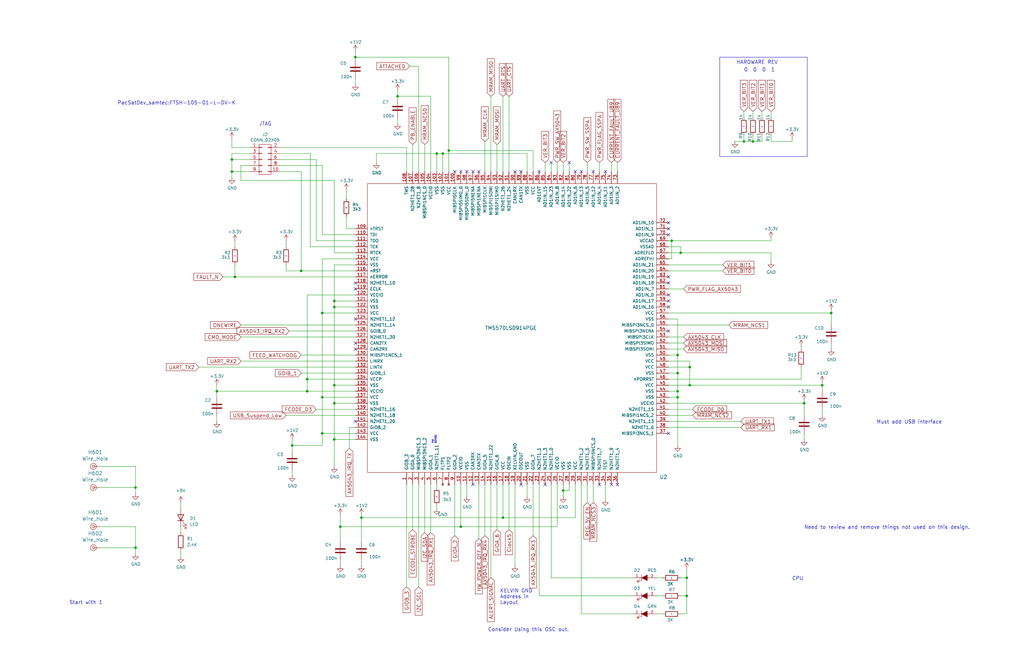
<source format=kicad_sch>
(kicad_sch (version 20230121) (generator eeschema)
  (paper "USLedger")
  (title_block (title "Radiation Tolerant PacSat Communication") (date "2023-06-17") (rev "1.1") (company "AMSAT-NA") (comment 1 "N5BRG"))
  (junction (at 129.54 165.1))
  (junction (at 140.97 170.18))
  (junction (at 194.31 222.25))
  (junction (at 285.75 165.1))
  (junction (at 313.69 59.69))
  (junction (at 140.97 162.56))
  (junction (at 57.15 205.74))
  (junction (at 152.4 218.44))
  (junction (at 189.23 63.5))
  (junction (at 285.75 157.48))
  (junction (at 350.52 132.08))
  (junction (at 97.79 67.31))
  (junction (at 143.51 222.25))
  (junction (at 285.75 149.86))
  (junction (at 129.54 160.02))
  (junction (at 287.02 106.68))
  (junction (at 184.15 64.77))
  (junction (at 99.06 116.84))
  (junction (at 290.83 154.94))
  (junction (at 289.56 251.46))
  (junction (at 149.86 24.13))
  (junction (at 289.56 243.84))
  (junction (at 140.97 127))
  (junction (at 212.09 218.44))
  (junction (at 167.64 40.64))
  (junction (at 237.49 207.01))
  (junction (at 135.89 132.08))
  (junction (at 91.44 165.1))
  (junction (at 57.15 231.14))
  (junction (at 346.71 162.56))
  (junction (at 135.89 167.64))
  (junction (at 135.89 182.88))
  (junction (at 339.09 170.18))
  (junction (at 140.97 129.54))
  (junction (at 317.5 59.69))
  (junction (at 285.75 167.64))
  (junction (at 127 114.3))
  (junction (at 140.97 185.42))
  (junction (at 186.69 64.77))
  (junction (at 97.79 72.39))
  (junction (at 123.19 187.96))
  (junction (at 283.21 101.6))
  (junction (at 290.83 162.56))
  (no_connect (at 281.94 96.52))
  (no_connect (at 281.94 124.46))
  (no_connect (at 191.77 72.39))
  (no_connect (at 149.86 119.38))
  (no_connect (at 232.41 68.58))
  (no_connect (at 257.81 204.47))
  (no_connect (at 281.94 139.7))
  (no_connect (at 199.39 204.47))
  (no_connect (at 199.39 72.39))
  (no_connect (at 281.94 129.54))
  (no_connect (at 281.94 182.88))
  (no_connect (at 196.85 72.39))
  (no_connect (at 194.31 72.39))
  (no_connect (at 227.33 72.39))
  (no_connect (at 219.71 204.47))
  (no_connect (at 281.94 127))
  (no_connect (at 260.35 204.47))
  (no_connect (at 217.17 72.39))
  (no_connect (at 149.86 144.78))
  (no_connect (at 149.86 177.8))
  (no_connect (at 219.71 72.39))
  (no_connect (at 242.57 72.39))
  (no_connect (at 281.94 119.38))
  (no_connect (at 245.11 72.39))
  (no_connect (at 281.94 99.06))
  (no_connect (at 149.86 147.32))
  (no_connect (at 201.93 72.39))
  (no_connect (at 252.73 204.47))
  (no_connect (at 229.87 204.47))
  (no_connect (at 281.94 116.84))
  (no_connect (at 255.27 72.39))
  (no_connect (at 149.86 121.92))
  (no_connect (at 281.94 93.98))
  (no_connect (at 240.03 68.58))
  (no_connect (at 149.86 134.62))
  (no_connect (at 250.19 72.39))
  (wire (pts (xy 245.11 259.08) (xy 266.7 259.08)))
  (wire (pts (xy 91.44 162.56) (xy 91.44 165.1)))
  (wire (pts (xy 285.75 165.1) (xy 281.94 165.1)))
  (wire (pts (xy 135.89 182.88) (xy 135.89 187.96)))
  (wire (pts (xy 129.54 124.46) (xy 129.54 160.02)))
  (wire (pts (xy 339.09 170.18) (xy 339.09 175.26)))
  (wire (pts (xy 133.35 101.6) (xy 133.35 67.31)))
  (wire (pts (xy 143.51 236.22) (xy 143.51 238.76)))
  (wire (pts (xy 232.41 68.58) (xy 232.41 72.39)))
  (wire (pts (xy 91.44 175.26) (xy 91.44 177.8)))
  (wire (pts (xy 140.97 170.18) (xy 149.86 170.18)))
  (wire (pts (xy 350.52 132.08) (xy 350.52 137.16)))
  (wire (pts (xy 281.94 175.26) (xy 292.1 175.26)))
  (wire (pts (xy 152.4 217.17) (xy 152.4 218.44)))
  (wire (pts (xy 120.65 101.6) (xy 120.65 104.14)))
  (wire (pts (xy 140.97 127) (xy 149.86 127)))
  (wire (pts (xy 101.6 137.16) (xy 149.86 137.16)))
  (wire (pts (xy 285.75 149.86) (xy 285.75 157.48)))
  (wire (pts (xy 194.31 222.25) (xy 234.95 222.25)))
  (wire (pts (xy 149.86 109.22) (xy 135.89 109.22)))
  (wire (pts (xy 143.51 222.25) (xy 143.51 228.6)))
  (wire (pts (xy 127 72.39) (xy 118.11 72.39)))
  (wire (pts (xy 350.52 130.81) (xy 350.52 132.08)))
  (wire (pts (xy 140.97 76.2) (xy 101.6 76.2)))
  (wire (pts (xy 317.5 59.69) (xy 321.31 59.69)))
  (wire (pts (xy 123.19 187.96) (xy 123.19 190.5)))
  (wire (pts (xy 97.79 62.23) (xy 97.79 58.42)))
  (wire (pts (xy 281.94 180.34) (xy 312.42 180.34)))
  (wire (pts (xy 101.6 142.24) (xy 149.86 142.24)))
  (wire (pts (xy 101.6 76.2) (xy 101.6 69.85)))
  (wire (pts (xy 146.05 96.52) (xy 149.86 96.52)))
  (wire (pts (xy 152.4 218.44) (xy 152.4 228.6)))
  (wire (pts (xy 204.47 226.06) (xy 204.47 204.47)))
  (wire (pts (xy 290.83 152.4) (xy 281.94 152.4)))
  (wire (pts (xy 287.02 243.84) (xy 289.56 243.84)))
  (wire (pts (xy 57.15 231.14) (xy 57.15 233.68)))
  (wire (pts (xy 281.94 177.8) (xy 312.42 177.8)))
  (wire (pts (xy 133.35 67.31) (xy 118.11 67.31)))
  (wire (pts (xy 158.75 64.77) (xy 158.75 68.58)))
  (wire (pts (xy 252.73 68.58) (xy 252.73 72.39)))
  (wire (pts (xy 91.44 165.1) (xy 91.44 167.64)))
  (wire (pts (xy 212.09 218.44) (xy 242.57 218.44)))
  (wire (pts (xy 176.53 27.94) (xy 172.72 27.94)))
  (wire (pts (xy 129.54 124.46) (xy 149.86 124.46)))
  (wire (pts (xy 234.95 68.58) (xy 234.95 72.39)))
  (wire (pts (xy 247.65 68.58) (xy 247.65 72.39)))
  (wire (pts (xy 143.51 222.25) (xy 194.31 222.25)))
  (wire (pts (xy 105.41 62.23) (xy 97.79 62.23)))
  (wire (pts (xy 99.06 116.84) (xy 149.86 116.84)))
  (wire (pts (xy 234.95 222.25) (xy 234.95 204.47)))
  (wire (pts (xy 276.86 259.08) (xy 279.4 259.08)))
  (wire (pts (xy 135.89 187.96) (xy 123.19 187.96)))
  (wire (pts (xy 201.93 204.47) (xy 201.93 227.33)))
  (wire (pts (xy 212.09 204.47) (xy 212.09 218.44)))
  (wire (pts (xy 350.52 144.78) (xy 350.52 147.32)))
  (wire (pts (xy 304.8 114.3) (xy 281.94 114.3)))
  (wire (pts (xy 149.86 149.86) (xy 127 149.86)))
  (wire (pts (xy 149.86 152.4) (xy 101.6 152.4)))
  (wire (pts (xy 133.35 172.72) (xy 149.86 172.72)))
  (wire (pts (xy 120.65 175.26) (xy 149.86 175.26)))
  (wire (pts (xy 207.01 72.39) (xy 207.01 40.64)))
  (wire (pts (xy 167.64 49.53) (xy 167.64 52.07)))
  (wire (pts (xy 57.15 222.25) (xy 57.15 231.14)))
  (wire (pts (xy 191.77 204.47) (xy 191.77 226.06)))
  (wire (pts (xy 281.94 134.62) (xy 285.75 134.62)))
  (wire (pts (xy 127 114.3) (xy 127 72.39)))
  (polyline (pts (xy 340.36 24.13) (xy 303.53 24.13)))
  (wire (pts (xy 255.27 204.47) (xy 255.27 210.82)))
  (wire (pts (xy 281.94 121.92) (xy 288.29 121.92)))
  (wire (pts (xy 289.56 259.08) (xy 287.02 259.08)))
  (wire (pts (xy 140.97 111.76) (xy 140.97 127)))
  (wire (pts (xy 209.55 72.39) (xy 209.55 60.96)))
  (wire (pts (xy 240.03 207.01) (xy 240.03 204.47)))
  (wire (pts (xy 334.01 59.69) (xy 334.01 58.42)))
  (wire (pts (xy 129.54 160.02) (xy 129.54 165.1)))
  (wire (pts (xy 222.25 64.77) (xy 222.25 72.39)))
  (wire (pts (xy 337.82 160.02) (xy 281.94 160.02)))
  (wire (pts (xy 337.82 146.05) (xy 337.82 147.32)))
  (wire (pts (xy 346.71 172.72) (xy 346.71 175.26)))
  (wire (pts (xy 149.86 104.14) (xy 130.81 104.14)))
  (polyline (pts (xy 303.53 66.04) (xy 340.36 66.04)))
  (wire (pts (xy 209.55 204.47) (xy 209.55 223.52)))
  (wire (pts (xy 325.12 106.68) (xy 325.12 110.49)))
  (wire (pts (xy 179.07 224.79) (xy 179.07 204.47)))
  (wire (pts (xy 99.06 111.76) (xy 99.06 116.84)))
  (wire (pts (xy 289.56 240.03) (xy 289.56 243.84)))
  (wire (pts (xy 97.79 72.39) (xy 105.41 72.39)))
  (wire (pts (xy 281.94 147.32) (xy 288.29 147.32)))
  (wire (pts (xy 281.94 111.76) (xy 304.8 111.76)))
  (wire (pts (xy 281.94 109.22) (xy 283.21 109.22)))
  (wire (pts (xy 281.94 137.16) (xy 307.34 137.16)))
  (wire (pts (xy 127 157.48) (xy 149.86 157.48)))
  (wire (pts (xy 309.88 59.69) (xy 313.69 59.69)))
  (wire (pts (xy 237.49 68.58) (xy 237.49 72.39)))
  (wire (pts (xy 173.99 60.96) (xy 173.99 72.39)))
  (wire (pts (xy 91.44 165.1) (xy 129.54 165.1)))
  (wire (pts (xy 181.61 204.47) (xy 181.61 224.79)))
  (wire (pts (xy 237.49 207.01) (xy 240.03 207.01)))
  (wire (pts (xy 222.25 204.47) (xy 222.25 209.55)))
  (wire (pts (xy 140.97 185.42) (xy 149.86 185.42)))
  (wire (pts (xy 204.47 72.39) (xy 204.47 59.69)))
  (wire (pts (xy 171.45 72.39) (xy 171.45 62.23)))
  (wire (pts (xy 149.86 132.08) (xy 135.89 132.08)))
  (wire (pts (xy 135.89 132.08) (xy 135.89 167.64)))
  (wire (pts (xy 97.79 64.77) (xy 97.79 67.31)))
  (wire (pts (xy 130.81 104.14) (xy 130.81 64.77)))
  (wire (pts (xy 135.89 109.22) (xy 135.89 132.08)))
  (wire (pts (xy 167.64 38.1) (xy 167.64 40.64)))
  (wire (pts (xy 127 114.3) (xy 149.86 114.3)))
  (wire (pts (xy 121.92 139.7) (xy 149.86 139.7)))
  (wire (pts (xy 227.33 204.47) (xy 227.33 251.46)))
  (wire (pts (xy 149.86 33.02) (xy 149.86 35.56)))
  (wire (pts (xy 290.83 162.56) (xy 346.71 162.56)))
  (wire (pts (xy 152.4 236.22) (xy 152.4 238.76)))
  (wire (pts (xy 283.21 109.22) (xy 283.21 101.6)))
  (wire (pts (xy 99.06 101.6) (xy 99.06 104.14)))
  (wire (pts (xy 140.97 129.54) (xy 149.86 129.54)))
  (wire (pts (xy 130.81 64.77) (xy 118.11 64.77)))
  (wire (pts (xy 212.09 40.64) (xy 212.09 72.39)))
  (wire (pts (xy 281.94 162.56) (xy 290.83 162.56)))
  (wire (pts (xy 194.31 222.25) (xy 194.31 204.47)))
  (wire (pts (xy 158.75 64.77) (xy 184.15 64.77)))
  (wire (pts (xy 184.15 213.36) (xy 184.15 214.63)))
  (wire (pts (xy 140.97 162.56) (xy 140.97 170.18)))
  (wire (pts (xy 135.89 69.85) (xy 118.11 69.85)))
  (wire (pts (xy 41.91 222.25) (xy 57.15 222.25)))
  (wire (pts (xy 189.23 24.13) (xy 189.23 63.5)))
  (wire (pts (xy 140.97 162.56) (xy 149.86 162.56)))
  (wire (pts (xy 290.83 152.4) (xy 290.83 154.94)))
  (wire (pts (xy 229.87 68.58) (xy 229.87 72.39)))
  (wire (pts (xy 97.79 67.31) (xy 97.79 72.39)))
  (wire (pts (xy 346.71 161.29) (xy 346.71 162.56)))
  (wire (pts (xy 325.12 101.6) (xy 325.12 100.33)))
  (wire (pts (xy 149.86 24.13) (xy 149.86 25.4)))
  (wire (pts (xy 285.75 157.48) (xy 281.94 157.48)))
  (wire (pts (xy 242.57 218.44) (xy 242.57 204.47)))
  (polyline (pts (xy 340.36 66.04) (xy 340.36 24.13)))
  (wire (pts (xy 285.75 157.48) (xy 285.75 165.1)))
  (wire (pts (xy 186.69 64.77) (xy 186.69 72.39)))
  (wire (pts (xy 224.79 63.5) (xy 189.23 63.5)))
  (wire (pts (xy 105.41 67.31) (xy 97.79 67.31)))
  (wire (pts (xy 143.51 217.17) (xy 143.51 222.25)))
  (wire (pts (xy 325.12 59.69) (xy 334.01 59.69)))
  (wire (pts (xy 184.15 72.39) (xy 184.15 64.77)))
  (wire (pts (xy 135.89 167.64) (xy 149.86 167.64)))
  (wire (pts (xy 232.41 243.84) (xy 266.7 243.84)))
  (wire (pts (xy 140.97 129.54) (xy 140.97 162.56)))
  (wire (pts (xy 129.54 165.1) (xy 149.86 165.1)))
  (wire (pts (xy 292.1 172.72) (xy 281.94 172.72)))
  (wire (pts (xy 317.5 49.53) (xy 317.5 46.99)))
  (wire (pts (xy 276.86 243.84) (xy 279.4 243.84)))
  (wire (pts (xy 337.82 154.94) (xy 337.82 160.02)))
  (wire (pts (xy 285.75 167.64) (xy 281.94 167.64)))
  (wire (pts (xy 232.41 204.47) (xy 232.41 243.84)))
  (wire (pts (xy 214.63 204.47) (xy 214.63 223.52)))
  (wire (pts (xy 149.86 99.06) (xy 135.89 99.06)))
  (wire (pts (xy 281.94 132.08) (xy 350.52 132.08)))
  (wire (pts (xy 186.69 64.77) (xy 222.25 64.77)))
  (wire (pts (xy 167.64 40.64) (xy 167.64 41.91)))
  (wire (pts (xy 105.41 64.77) (xy 97.79 64.77)))
  (wire (pts (xy 41.91 205.74) (xy 57.15 205.74)))
  (wire (pts (xy 281.94 144.78) (xy 288.29 144.78)))
  (polyline (pts (xy 303.53 24.13) (xy 303.53 66.04)))
  (wire (pts (xy 189.23 63.5) (xy 189.23 72.39)))
  (wire (pts (xy 152.4 218.44) (xy 212.09 218.44)))
  (wire (pts (xy 135.89 167.64) (xy 135.89 182.88)))
  (wire (pts (xy 289.56 243.84) (xy 289.56 251.46)))
  (wire (pts (xy 346.71 162.56) (xy 346.71 165.1)))
  (wire (pts (xy 41.91 231.14) (xy 57.15 231.14)))
  (wire (pts (xy 135.89 182.88) (xy 149.86 182.88)))
  (wire (pts (xy 285.75 167.64) (xy 285.75 187.96)))
  (wire (pts (xy 101.6 69.85) (xy 105.41 69.85)))
  (wire (pts (xy 321.31 59.69) (xy 321.31 57.15)))
  (wire (pts (xy 171.45 62.23) (xy 118.11 62.23)))
  (wire (pts (xy 281.94 142.24) (xy 288.29 142.24)))
  (wire (pts (xy 149.86 111.76) (xy 140.97 111.76)))
  (wire (pts (xy 120.65 114.3) (xy 120.65 111.76)))
  (wire (pts (xy 290.83 154.94) (xy 281.94 154.94)))
  (wire (pts (xy 281.94 104.14) (xy 287.02 104.14)))
  (wire (pts (xy 257.81 68.58) (xy 257.81 72.39)))
  (wire (pts (xy 140.97 106.68) (xy 140.97 76.2)))
  (wire (pts (xy 224.79 72.39) (xy 224.79 63.5)))
  (wire (pts (xy 76.2 212.09) (xy 76.2 214.63)))
  (wire (pts (xy 171.45 247.65) (xy 171.45 204.47)))
  (wire (pts (xy 76.2 232.41) (xy 76.2 234.95)))
  (wire (pts (xy 240.03 68.58) (xy 240.03 72.39)))
  (wire (pts (xy 289.56 251.46) (xy 287.02 251.46)))
  (wire (pts (xy 283.21 101.6) (xy 325.12 101.6)))
  (wire (pts (xy 149.86 160.02) (xy 129.54 160.02)))
  (wire (pts (xy 196.85 204.47) (xy 196.85 209.55)))
  (wire (pts (xy 287.02 106.68) (xy 325.12 106.68)))
  (wire (pts (xy 281.94 101.6) (xy 283.21 101.6)))
  (wire (pts (xy 41.91 196.85) (xy 57.15 196.85)))
  (wire (pts (xy 140.97 170.18) (xy 140.97 185.42)))
  (wire (pts (xy 289.56 251.46) (xy 289.56 259.08)))
  (wire (pts (xy 173.99 223.52) (xy 173.99 204.47)))
  (wire (pts (xy 146.05 91.44) (xy 146.05 96.52)))
  (wire (pts (xy 281.94 170.18) (xy 339.09 170.18)))
  (wire (pts (xy 313.69 46.99) (xy 313.69 49.53)))
  (wire (pts (xy 123.19 185.42) (xy 123.19 187.96)))
  (wire (pts (xy 149.86 106.68) (xy 140.97 106.68)))
  (wire (pts (xy 290.83 154.94) (xy 290.83 162.56)))
  (wire (pts (xy 214.63 40.64) (xy 214.63 72.39)))
  (wire (pts (xy 224.79 226.06) (xy 224.79 204.47)))
  (wire (pts (xy 217.17 204.47) (xy 217.17 238.76)))
  (wire (pts (xy 285.75 165.1) (xy 285.75 167.64)))
  (wire (pts (xy 149.86 24.13) (xy 189.23 24.13)))
  (wire (pts (xy 339.09 182.88) (xy 339.09 185.42)))
  (wire (pts (xy 149.86 180.34) (xy 147.32 180.34)))
  (wire (pts (xy 276.86 251.46) (xy 279.4 251.46)))
  (wire (pts (xy 313.69 59.69) (xy 317.5 59.69)))
  (wire (pts (xy 147.32 180.34) (xy 147.32 189.23)))
  (wire (pts (xy 184.15 204.47) (xy 184.15 205.74)))
  (wire (pts (xy 237.49 204.47) (xy 237.49 207.01)))
  (wire (pts (xy 227.33 251.46) (xy 266.7 251.46)))
  (wire (pts (xy 181.61 40.64) (xy 181.61 72.39)))
  (wire (pts (xy 184.15 64.77) (xy 186.69 64.77)))
  (wire (pts (xy 76.2 222.25) (xy 76.2 224.79)))
  (wire (pts (xy 167.64 40.64) (xy 181.61 40.64)))
  (wire (pts (xy 339.09 168.91) (xy 339.09 170.18)))
  (wire (pts (xy 281.94 106.68) (xy 287.02 106.68)))
  (wire (pts (xy 313.69 59.69) (xy 313.69 57.15)))
  (wire (pts (xy 176.53 27.94) (xy 176.53 72.39)))
  (wire (pts (xy 57.15 205.74) (xy 57.15 208.28)))
  (wire (pts (xy 250.19 204.47) (xy 250.19 212.09)))
  (wire (pts (xy 237.49 207.01) (xy 237.49 209.55)))
  (wire (pts (xy 97.79 72.39) (xy 97.79 74.93)))
  (wire (pts (xy 245.11 204.47) (xy 245.11 259.08)))
  (wire (pts (xy 149.86 154.94) (xy 83.82 154.94)))
  (wire (pts (xy 57.15 196.85) (xy 57.15 205.74)))
  (wire (pts (xy 287.02 104.14) (xy 287.02 106.68)))
  (wire (pts (xy 135.89 99.06) (xy 135.89 69.85)))
  (wire (pts (xy 123.19 198.12) (xy 123.19 200.66)))
  (wire (pts (xy 321.31 49.53) (xy 321.31 46.99)))
  (wire (pts (xy 146.05 80.01) (xy 146.05 83.82)))
  (wire (pts (xy 260.35 68.58) (xy 260.35 72.39)))
  (wire (pts (xy 149.86 101.6) (xy 133.35 101.6)))
  (wire (pts (xy 179.07 72.39) (xy 179.07 60.96)))
  (wire (pts (xy 207.01 243.84) (xy 207.01 204.47)))
  (wire (pts (xy 325.12 59.69) (xy 325.12 57.15)))
  (wire (pts (xy 140.97 185.42) (xy 140.97 196.85)))
  (wire (pts (xy 140.97 127) (xy 140.97 129.54)))
  (wire (pts (xy 285.75 134.62) (xy 285.75 149.86)))
  (wire (pts (xy 247.65 204.47) (xy 247.65 212.09)))
  (wire (pts (xy 93.98 116.84) (xy 99.06 116.84)))
  (wire (pts (xy 176.53 204.47) (xy 176.53 247.65)))
  (wire (pts (xy 325.12 49.53) (xy 325.12 46.99)))
  (wire (pts (xy 120.65 114.3) (xy 127 114.3)))
  (wire (pts (xy 317.5 57.15) (xy 317.5 59.69)))
  (wire (pts (xy 281.94 149.86) (xy 285.75 149.86)))
  (wire (pts (xy 149.86 21.59) (xy 149.86 24.13)))
  (text "CPU" (at 334.01 245.11 0) (effects (font (size 1.524 1.524)) (justify left bottom)))
  (text "PacSatDev_samtec:FTSH-105-01-L-DV-K" (at 49.53 44.45 0) (effects (font (size 1.524 1.524)) (justify left bottom)))
  (text "0" (at 321.31 30.48 0) (effects (font (size 1.524 1.524)) (justify left bottom)))
  (text "0" (at 313.69 30.48 0) (effects (font (size 1.524 1.524)) (justify left bottom)))
  (text "Consider Using this OSC out." (at 205.74 266.7 0) (effects (font (size 1.524 1.524)) (justify left bottom)))
  (text "JTAG" (at 109.22 53.34 0) (effects (font (size 1.524 1.524)) (justify left bottom)))
  (text "Need to review and remove things not used on this design." (at 339.09 223.52 0) (effects (font (size 1.524 1.524)) (justify left bottom)))
  (text "Must add USB interface" (at 369.57 179.07 0) (effects (font (size 1.524 1.524)) (justify left bottom)))
  (text "HARDWARE REV" (at 310.515 27.305 0) (effects (font (size 1.524 1.524)) (justify left bottom)))
  (text "Start with 1" (at 29.21 255.27 0) (effects (font (size 1.524 1.524)) (justify left bottom)))
  (text "HW\nSENSE" (at 184.15 187.325 90) (effects (font (size 0.762 0.762)) (justify left bottom)))
  (text "1" (at 325.12 30.48 0) (effects (font (size 1.524 1.524)) (justify left bottom)))
  (text "0" (at 317.5 30.48 0) (effects (font (size 1.524 1.524)) (justify left bottom)))
  (text "KELVIN GND\nAddress in\nLayout" (at 210.82 255.27 0) (effects (font (size 1.524 1.524)) (justify left bottom)))
  (global_label "FCODE_STROBE" (shape input) (at 173.99 223.52 270) (effects (font (size 1.524 1.524))) (property "Intersheetrefs" "${INTERSHEET_REFS}" (effects hide)))
  (global_label "VER_BIT2" (shape input) (at 237.49 68.58 90) (effects (font (size 1.524 1.524))) (property "Intersheetrefs" "${INTERSHEET_REFS}" (effects hide)))
  (global_label "UART_RX2" (shape input) (at 101.6 152.4 180) (effects (font (size 1.524 1.524))) (property "Intersheetrefs" "${INTERSHEET_REFS}" (effects hide)))
  (global_label "AX5043_IRQ_RX2" (shape input) (at 121.92 139.7 180) (effects (font (size 1.524 1.524))) (property "Intersheetrefs" "${INTERSHEET_REFS}" (effects hide)))
  (global_label "CMD_MODE" (shape input) (at 101.6 142.24 180) (effects (font (size 1.524 1.524))) (property "Intersheetrefs" "${INTERSHEET_REFS}" (effects hide)))
  (global_label "VER_BIT1" (shape input) (at 304.8 111.76 0) (effects (font (size 1.524 1.524))) (property "Intersheetrefs" "${INTERSHEET_REFS}" (effects hide)))
  (global_label "MRAM_NCS0" (shape input) (at 179.07 60.96 90) (effects (font (size 1.524 1.524))) (property "Intersheetrefs" "${INTERSHEET_REFS}" (effects hide)))
  (global_label "MRAM_MISO" (shape input) (at 207.01 40.64 90) (effects (font (size 1.524 1.524))) (property "Intersheetrefs" "${INTERSHEET_REFS}" (effects hide)))
  (global_label "VER_BIT0" (shape input) (at 304.8 114.3 0) (effects (font (size 1.524 1.524))) (property "Intersheetrefs" "${INTERSHEET_REFS}" (effects hide)))
  (global_label "ONEWIRE" (shape input) (at 101.6 137.16 180) (effects (font (size 1.524 1.524))) (property "Intersheetrefs" "${INTERSHEET_REFS}" (effects hide)))
  (global_label "UART_TX2" (shape input) (at 83.82 154.94 180) (effects (font (size 1.524 1.524))) (property "Intersheetrefs" "${INTERSHEET_REFS}" (effects hide)))
  (global_label "AX5043_IRQ_RX1" (shape input) (at 181.61 224.79 270) (effects (font (size 1.524 1.524))) (property "Intersheetrefs" "${INTERSHEET_REFS}" (effects hide)))
  (global_label "GIOA_6" (shape input) (at 209.55 223.52 270) (effects (font (size 1.524 1.524))) (property "Intersheetrefs" "${INTERSHEET_REFS}" (effects hide)))
  (global_label "PWR_FLAG_AX5043" (shape input) (at 288.29 121.92 0) (effects (font (size 1.524 1.524))) (property "Intersheetrefs" "${INTERSHEET_REFS}" (effects hide)))
  (global_label "PWR_SW_SSPA" (shape input) (at 247.65 68.58 90) (effects (font (size 1.524 1.524))) (property "Intersheetrefs" "${INTERSHEET_REFS}" (effects hide)))
  (global_label "AX5043_IRQ_RX4" (shape input) (at 204.47 226.06 270) (effects (font (size 1.524 1.524))) (property "Intersheetrefs" "${INTERSHEET_REFS}" (effects hide)))
  (global_label "FEED_WATCHDOG" (shape input) (at 127 149.86 180) (effects (font (size 1.524 1.524))) (property "Intersheetrefs" "${INTERSHEET_REFS}" (effects hide)))
  (global_label "ALERT_SIGNAL" (shape input) (at 207.01 243.84 270) (effects (font (size 1.524 1.524))) (property "Intersheetrefs" "${INTERSHEET_REFS}" (effects hide)))
  (global_label "AX5043_IRQ_TX" (shape input) (at 147.32 189.23 270) (effects (font (size 1.524 1.524))) (property "Intersheetrefs" "${INTERSHEET_REFS}" (effects hide)))
  (global_label "FAULT_N" (shape input) (at 93.98 116.84 180) (effects (font (size 1.524 1.524))) (property "Intersheetrefs" "${INTERSHEET_REFS}" (effects hide)))
  (global_label "USB_Suspend_Low" (shape input) (at 120.65 175.26 180) (effects (font (size 1.524 1.524))) (property "Intersheetrefs" "${INTERSHEET_REFS}" (effects hide)))
  (global_label "UART_TX1" (shape input) (at 312.42 177.8 0) (effects (font (size 1.524 1.524))) (property "Intersheetrefs" "${INTERSHEET_REFS}" (effects hide)))
  (global_label "CURRENT_FAULT_U89" (shape input) (at 260.35 68.58 90) (effects (font (size 1.524 1.524))) (property "Intersheetrefs" "${INTERSHEET_REFS}" (effects hide)))
  (global_label "MRAM_NCS2" (shape input) (at 292.1 175.26 0) (effects (font (size 1.524 1.524))) (property "Intersheetrefs" "${INTERSHEET_REFS}" (effects hide)))
  (global_label "MRAM_CLK" (shape input) (at 204.47 59.69 90) (effects (font (size 1.524 1.524))) (property "Intersheetrefs" "${INTERSHEET_REFS}" (effects hide)))
  (global_label "MRAM_NCS3" (shape input) (at 250.19 212.09 270) (effects (font (size 1.524 1.524))) (property "Intersheetrefs" "${INTERSHEET_REFS}" (effects hide)))
  (global_label "AX5043_IRQ_RX3" (shape input) (at 224.79 226.06 270) (effects (font (size 1.524 1.524))) (property "Intersheetrefs" "${INTERSHEET_REFS}" (effects hide)))
  (global_label "GOIB_1" (shape input) (at 127 157.48 180) (effects (font (size 1.524 1.524))) (property "Intersheetrefs" "${INTERSHEET_REFS}" (effects hide)))
  (global_label "PWR_FLAG_SSPA" (shape input) (at 252.73 68.58 90) (effects (font (size 1.524 1.524))) (property "Intersheetrefs" "${INTERSHEET_REFS}" (effects hide)))
  (global_label "I2C_SDA" (shape input) (at 179.07 224.79 270) (effects (font (size 1.524 1.524))) (property "Intersheetrefs" "${INTERSHEET_REFS}" (effects hide)))
  (global_label "MRAM_MOSI" (shape input) (at 209.55 60.96 90) (effects (font (size 1.524 1.524))) (property "Intersheetrefs" "${INTERSHEET_REFS}" (effects hide)))
  (global_label "GIOA_2" (shape input) (at 191.77 226.06 270) (effects (font (size 1.524 1.524))) (property "Intersheetrefs" "${INTERSHEET_REFS}" (effects hide)))
  (global_label "GIOB_3" (shape input) (at 171.45 247.65 270) (effects (font (size 1.524 1.524))) (property "Intersheetrefs" "${INTERSHEET_REFS}" (effects hide)))
  (global_label "PB_ENABLE" (shape input) (at 173.99 60.96 90) (effects (font (size 1.524 1.524))) (property "Intersheetrefs" "${INTERSHEET_REFS}" (effects hide)))
  (global_label "VER_BIT3" (shape input) (at 313.69 46.99 90) (effects (font (size 1.524 1.524))) (property "Intersheetrefs" "${INTERSHEET_REFS}" (effects hide)))
  (global_label "UART_RX1" (shape input) (at 312.42 180.34 0) (effects (font (size 1.524 1.524))) (property "Intersheetrefs" "${INTERSHEET_REFS}" (effects hide)))
  (global_label "FCODE_D0" (shape input) (at 292.1 172.72 0) (effects (font (size 1.524 1.524))) (property "Intersheetrefs" "${INTERSHEET_REFS}" (effects hide)))
  (global_label "AX5043_CLK" (shape input) (at 288.29 142.24 0) (effects (font (size 1.524 1.524))) (property "Intersheetrefs" "${INTERSHEET_REFS}" (effects hide)))
  (global_label "VER_BIT3" (shape input) (at 229.87 68.58 90) (effects (font (size 1.524 1.524))) (property "Intersheetrefs" "${INTERSHEET_REFS}" (effects hide)))
  (global_label "ATTACHED" (shape input) (at 172.72 27.94 180) (effects (font (size 1.524 1.524))) (property "Intersheetrefs" "${INTERSHEET_REFS}" (effects hide)))
  (global_label "AX5043_MISO" (shape input) (at 288.29 147.32 0) (effects (font (size 1.524 1.524))) (property "Intersheetrefs" "${INTERSHEET_REFS}" (effects hide)))
  (global_label "MRAM_NCS1" (shape input) (at 307.34 137.16 0) (effects (font (size 1.524 1.524))) (property "Intersheetrefs" "${INTERSHEET_REFS}" (effects hide)))
  (global_label "UART_RTS" (shape input) (at 212.09 40.64 90) (effects (font (size 1.524 1.524))) (property "Intersheetrefs" "${INTERSHEET_REFS}" (effects hide)))
  (global_label "UART_CTS" (shape input) (at 214.63 40.64 90) (effects (font (size 1.524 1.524))) (property "Intersheetrefs" "${INTERSHEET_REFS}" (effects hide)))
  (global_label "CURRENT_FAULT_U89" (shape input) (at 257.81 68.58 90) (effects (font (size 1.524 1.524))) (property "Intersheetrefs" "${INTERSHEET_REFS}" (effects hide)))
  (global_label "VER_BIT1" (shape input) (at 321.31 46.99 90) (effects (font (size 1.524 1.524))) (property "Intersheetrefs" "${INTERSHEET_REFS}" (effects hide)))
  (global_label "HW_POWER_OFF_N" (shape input) (at 201.93 227.33 270) (effects (font (size 1.524 1.524))) (property "Intersheetrefs" "${INTERSHEET_REFS}" (effects hide)))
  (global_label "Clock5" (shape input) (at 214.63 223.52 270) (effects (font (size 1.524 1.524))) (property "Intersheetrefs" "${INTERSHEET_REFS}" (effects hide)))
  (global_label "PWR_SW_AX5043" (shape input) (at 234.95 68.58 90) (effects (font (size 1.524 1.524))) (property "Intersheetrefs" "${INTERSHEET_REFS}" (effects hide)))
  (global_label "FCODE_D3" (shape input) (at 133.35 172.72 180) (effects (font (size 1.524 1.524))) (property "Intersheetrefs" "${INTERSHEET_REFS}" (effects hide)))
  (global_label "AX5043_MOSI" (shape input) (at 288.29 144.78 0) (effects (font (size 1.524 1.524))) (property "Intersheetrefs" "${INTERSHEET_REFS}" (effects hide)))
  (global_label "VER_BIT2" (shape input) (at 317.5 46.99 90) (effects (font (size 1.524 1.524))) (property "Intersheetrefs" "${INTERSHEET_REFS}" (effects hide)))
  (global_label "REG_5V_EN" (shape input) (at 247.65 212.09 270) (effects (font (size 1.524 1.524))) (property "Intersheetrefs" "${INTERSHEET_REFS}" (effects hide)))
  (global_label "VER_BIT0" (shape input) (at 325.12 46.99 90) (effects (font (size 1.524 1.524))) (property "Intersheetrefs" "${INTERSHEET_REFS}" (effects hide)))
  (global_label "I2C_SCL" (shape input) (at 176.53 247.65 270) (effects (font (size 1.524 1.524))) (property "Intersheetrefs" "${INTERSHEET_REFS}" (effects hide)))
  (symbol (lib_id "PACSAT_ICs:TMS570LS0914PGE") (at 215.9 138.43 0) (unit 1)
    (property "Reference" "U2" (at 278.13 201.295 0) (effects (font (size 1.524 1.524)) (justify left)))
    (property "Value" "TMS570LS0914PGE" (at 204.47 138.43 0) (effects (font (size 1.524 1.524)) (justify left)))
    (property "Footprint" "PacSatDev_ti:TQFP-144_20x20mm_Pitch0.5mm" (effects hide))
  )
  (symbol (lib_id "power:GND") (at 196.85 209.55 0) (unit 1)
    (property "Reference" "#PWR023" (effects hide))
    (property "Value" "GND" (at 196.977 213.9442 0))
  )
  (symbol (lib_id "power:GND") (at 285.75 187.96 0) (unit 1)
    (property "Reference" "#PWR027" (effects hide))
    (property "Value" "GND" (at 285.877 192.3542 0))
  )
  (symbol (lib_id "Device:R") (at 120.65 107.95 0) (unit 1)
    (property "Reference" "R3" (at 116.205 106.68 0) (effects (justify left)))
    (property "Value" "3k3" (at 114.935 108.585 0) (effects (justify left)))
    (property "Footprint" "Resistor_SMD:R_0603_1608Metric_Pad0.98x0.95mm_HandSolder" (effects hide))
    (property "Datasheet" "~" (at 120.65 107.95 0))
  )
  (symbol (lib_id "power:GND") (at 140.97 196.85 0) (unit 1)
    (property "Reference" "#PWR011" (effects hide))
    (property "Value" "GND" (at 141.097 201.2442 0))
  )
  (symbol (lib_id "power:GND") (at 222.25 209.55 0) (unit 1)
    (property "Reference" "#PWR024" (effects hide))
    (property "Value" "GND" (at 222.377 213.9442 0))
  )
  (symbol (lib_id "power:GND") (at 237.49 209.55 0) (unit 1)
    (property "Reference" "#PWR025" (effects hide))
    (property "Value" "GND" (at 237.617 213.9442 0))
  )
  (symbol (lib_id "power:GND") (at 158.75 68.58 0) (unit 1)
    (property "Reference" "#PWR019" (effects hide))
    (property "Value" "GND" (at 158.877 72.9742 0))
  )
  (symbol (lib_id "Device:C") (at 346.71 168.91 0) (unit 1)
    (property "Reference" "C9" (at 351.155 166.37 0))
    (property "Value" "100n" (at 352.425 171.45 0))
    (property "Footprint" "Capacitor_SMD:C_0603_1608Metric_Pad1.08x0.95mm_HandSolder" (effects hide))
    (property "Datasheet" "~" (at 346.71 168.91 0))
  )
  (symbol (lib_id "power:GND") (at 346.71 175.26 0) (unit 1)
    (property "Reference" "#PWR049" (effects hide))
    (property "Value" "GND" (at 346.837 179.6542 0))
  )
  (symbol (lib_id "Device:C") (at 167.64 45.72 0) (unit 1)
    (property "Reference" "C7" (at 162.56 43.18 0))
    (property "Value" "100n" (at 163.83 48.895 0))
    (property "Footprint" "Capacitor_SMD:C_0603_1608Metric_Pad1.08x0.95mm_HandSolder" (effects hide))
    (property "Datasheet" "~" (at 167.64 45.72 0))
  )
  (symbol (lib_id "power:GND") (at 167.64 52.07 0) (unit 1)
    (property "Reference" "#PWR021" (effects hide))
    (property "Value" "GND" (at 167.767 56.4642 0))
  )
  (symbol (lib_id "Device:C") (at 339.09 179.07 0) (unit 1)
    (property "Reference" "C8" (at 334.01 176.53 0))
    (property "Value" "100n" (at 335.28 182.245 0))
    (property "Footprint" "Capacitor_SMD:C_0603_1608Metric_Pad1.08x0.95mm_HandSolder" (effects hide))
    (property "Datasheet" "~" (at 339.09 179.07 0))
  )
  (symbol (lib_id "power:GND") (at 339.09 185.42 0) (unit 1)
    (property "Reference" "#PWR041" (effects hide))
    (property "Value" "GND" (at 339.217 189.8142 0))
  )
  (symbol (lib_id "Device:C") (at 350.52 140.97 0) (unit 1)
    (property "Reference" "C10" (at 345.44 138.43 0))
    (property "Value" "100n" (at 346.71 144.145 0))
    (property "Footprint" "Capacitor_SMD:C_0603_1608Metric_Pad1.08x0.95mm_HandSolder" (effects hide))
    (property "Datasheet" "~" (at 350.52 140.97 0))
  )
  (symbol (lib_id "power:GND") (at 350.52 147.32 0) (unit 1)
    (property "Reference" "#PWR064" (effects hide))
    (property "Value" "GND" (at 350.647 151.7142 0))
  )
  (symbol (lib_id "Device:C") (at 149.86 29.21 0) (unit 1)
    (property "Reference" "C5" (at 144.78 26.67 0))
    (property "Value" "100n" (at 146.05 32.385 0))
    (property "Footprint" "Capacitor_SMD:C_0603_1608Metric_Pad1.08x0.95mm_HandSolder" (effects hide))
    (property "Datasheet" "~" (at 149.86 29.21 0))
  )
  (symbol (lib_id "power:GND") (at 149.86 35.56 0) (unit 1)
    (property "Reference" "#PWR016" (effects hide))
    (property "Value" "GND" (at 149.987 39.9542 0))
  )
  (symbol (lib_id "Device:C") (at 152.4 232.41 0) (unit 1)
    (property "Reference" "C6" (at 156.845 229.87 0))
    (property "Value" "100n" (at 158.115 234.95 0))
    (property "Footprint" "Capacitor_SMD:C_0603_1608Metric_Pad1.08x0.95mm_HandSolder" (effects hide))
    (property "Datasheet" "~" (at 152.4 232.41 0))
  )
  (symbol (lib_id "power:GND") (at 152.4 238.76 0) (unit 1)
    (property "Reference" "#PWR018" (effects hide))
    (property "Value" "GND" (at 152.527 243.1542 0))
  )
  (symbol (lib_id "Device:C") (at 143.51 232.41 0) (unit 1)
    (property "Reference" "C4" (at 138.43 229.87 0))
    (property "Value" "100n" (at 139.7 235.585 0))
    (property "Footprint" "Capacitor_SMD:C_0603_1608Metric_Pad1.08x0.95mm_HandSolder" (effects hide))
    (property "Datasheet" "~" (at 143.51 232.41 0))
  )
  (symbol (lib_id "power:GND") (at 143.51 238.76 0) (unit 1)
    (property "Reference" "#PWR013" (effects hide))
    (property "Value" "GND" (at 143.637 243.1542 0))
  )
  (symbol (lib_id "Device:C") (at 123.19 194.31 0) (unit 1)
    (property "Reference" "C3" (at 118.11 191.77 0))
    (property "Value" "100n" (at 119.38 197.485 0))
    (property "Footprint" "Capacitor_SMD:C_0603_1608Metric_Pad1.08x0.95mm_HandSolder" (effects hide))
    (property "Datasheet" "~" (at 123.19 194.31 0))
  )
  (symbol (lib_id "power:GND") (at 123.19 200.66 0) (unit 1)
    (property "Reference" "#PWR010" (effects hide))
    (property "Value" "GND" (at 123.317 205.0542 0))
  )
  (symbol (lib_id "Device:C") (at 91.44 171.45 0) (unit 1)
    (property "Reference" "C2" (at 86.36 168.91 0) (effects (justify left)))
    (property "Value" "100n" (at 87.63 174.625 0))
    (property "Footprint" "Capacitor_SMD:C_0603_1608Metric_Pad1.08x0.95mm_HandSolder" (effects hide))
    (property "Datasheet" "~" (at 91.44 171.45 0))
  )
  (symbol (lib_id "power:GND") (at 91.44 177.8 0) (unit 1)
    (property "Reference" "#PWR03" (effects hide))
    (property "Value" "GND" (at 91.567 182.1942 0))
  )
  (symbol (lib_id "PACSAT_DEV_misc:CONN_02X05") (at 111.76 67.31 0) (unit 1)
    (property "Reference" "J2" (at 111.76 56.769 0))
    (property "Value" "CONN_02X05" (at 111.76 59.0804 0))
    (property "Footprint" "PacSatDev_samtec:FTSH-105-01-L-DV-K" (effects hide))
  )
  (symbol (lib_id "power:GND") (at 97.79 74.93 0) (unit 1)
    (property "Reference" "#PWR05" (effects hide))
    (property "Value" "GND" (at 97.917 79.3242 0))
  )
  (symbol (lib_id "Device:R") (at 146.05 87.63 0) (unit 1)
    (property "Reference" "R4" (at 148.59 86.36 0) (effects (justify left)))
    (property "Value" "3k3" (at 148.59 88.265 0) (effects (justify left)))
    (property "Footprint" "Resistor_SMD:R_0603_1608Metric_Pad0.98x0.95mm_HandSolder" (effects hide))
    (property "Datasheet" "~" (at 146.05 87.63 0))
  )
  (symbol (lib_id "Device:R") (at 99.06 107.95 0) (unit 1)
    (property "Reference" "R2" (at 94.615 106.68 0) (effects (justify left)))
    (property "Value" "3k3" (at 93.345 108.585 0) (effects (justify left)))
    (property "Footprint" "Resistor_SMD:R_0603_1608Metric_Pad0.98x0.95mm_HandSolder" (effects hide))
    (property "Datasheet" "~" (at 99.06 107.95 0))
  )
  (symbol (lib_id "power:GND") (at 255.27 210.82 0) (unit 1)
    (property "Reference" "#PWR026" (effects hide))
    (property "Value" "GND" (at 255.397 215.2142 0))
  )
  (symbol (lib_id "power:GND") (at 325.12 110.49 0) (unit 1)
    (property "Reference" "#PWR031" (effects hide))
    (property "Value" "GND" (at 325.247 114.8842 0))
  )
  (symbol (lib_id "PACSAT_DEV_misc:LED") (at 271.78 243.84 0) (unit 1)
    (property "Reference" "D2" (at 268.605 240.665 0))
    (property "Value" "RED" (at 274.955 240.665 0))
    (property "Footprint" "LED_SMD:LED_0603_1608Metric_Pad1.05x0.95mm_HandSolder" (effects hide))
  )
  (symbol (lib_id "PACSAT_DEV_misc:LED") (at 271.78 251.46 0) (unit 1)
    (property "Reference" "D3" (at 268.605 248.285 0))
    (property "Value" "YEL" (at 274.955 248.285 0))
    (property "Footprint" "LED_SMD:LED_0603_1608Metric_Pad1.05x0.95mm_HandSolder" (effects hide))
  )
  (symbol (lib_id "PACSAT_DEV_misc:LED") (at 271.78 259.08 0) (unit 1)
    (property "Reference" "D4" (at 268.605 255.905 0))
    (property "Value" "GRN" (at 274.955 255.905 0))
    (property "Footprint" "LED_SMD:LED_0603_1608Metric_Pad1.05x0.95mm_HandSolder" (effects hide))
  )
  (symbol (lib_id "Device:R") (at 283.21 243.84 270) (unit 1)
    (property "Reference" "R6" (at 281.94 241.3 90) (effects (justify left)))
    (property "Value" "3K" (at 281.305 246.38 90) (effects (justify left)))
    (property "Footprint" "Resistor_SMD:R_0603_1608Metric_Pad0.98x0.95mm_HandSolder" (effects hide))
    (property "Datasheet" "~" (at 283.21 243.84 0))
  )
  (symbol (lib_id "Device:R") (at 283.21 251.46 270) (unit 1)
    (property "Reference" "R7" (at 281.94 248.92 90) (effects (justify left)))
    (property "Value" "3K" (at 281.305 254 90) (effects (justify left)))
    (property "Footprint" "Resistor_SMD:R_0603_1608Metric_Pad0.98x0.95mm_HandSolder" (effects hide))
    (property "Datasheet" "~" (at 283.21 251.46 0))
  )
  (symbol (lib_id "Device:R") (at 283.21 259.08 270) (unit 1)
    (property "Reference" "R8" (at 281.94 256.54 90) (effects (justify left)))
    (property "Value" "3K" (at 281.305 261.62 90) (effects (justify left)))
    (property "Footprint" "Resistor_SMD:R_0603_1608Metric_Pad0.98x0.95mm_HandSolder" (effects hide))
    (property "Datasheet" "~" (at 283.21 259.08 0))
  )
  (symbol (lib_id "Device:R") (at 337.82 151.13 0) (unit 1)
    (property "Reference" "R13" (at 332.105 149.86 0) (effects (justify left)))
    (property "Value" "3k3" (at 332.105 151.765 0) (effects (justify left)))
    (property "Footprint" "Resistor_SMD:R_0603_1608Metric_Pad0.98x0.95mm_HandSolder" (effects hide))
    (property "Datasheet" "~" (at 337.82 151.13 0))
  )
  (symbol (lib_id "power:GND") (at 184.15 214.63 0) (unit 1)
    (property "Reference" "#PWR022" (effects hide))
    (property "Value" "GND" (at 186.69 217.17 0))
  )
  (symbol (lib_id "power:GND") (at 309.88 59.69 0) (unit 1)
    (property "Reference" "#PWR029" (effects hide))
    (property "Value" "GND" (at 310.007 64.0842 0))
  )
  (symbol (lib_id "Device:R") (at 313.69 53.34 180) (unit 1)
    (property "Reference" "R9" (at 312.42 55.88 90) (effects (justify left)))
    (property "Value" "1k" (at 312.42 48.26 90) (effects (justify left)))
    (property "Footprint" "Resistor_SMD:R_0603_1608Metric_Pad0.98x0.95mm_HandSolder" (effects hide))
    (property "Datasheet" "~" (at 313.69 53.34 0))
  )
  (symbol (lib_id "Device:R") (at 317.5 53.34 180) (unit 1)
    (property "Reference" "R10" (at 316.23 55.88 90) (effects (justify left)))
    (property "Value" "1k" (at 316.23 48.26 90) (effects (justify left)))
    (property "Footprint" "Resistor_SMD:R_0603_1608Metric_Pad0.98x0.95mm_HandSolder" (effects hide))
    (property "Datasheet" "~" (at 317.5 53.34 0))
  )
  (symbol (lib_id "Device:R") (at 321.31 53.34 180) (unit 1)
    (property "Reference" "R11" (at 320.04 55.88 90) (effects (justify left)))
    (property "Value" "1k" (at 320.04 48.26 90) (effects (justify left)))
    (property "Footprint" "Resistor_SMD:R_0603_1608Metric_Pad0.98x0.95mm_HandSolder" (effects hide))
    (property "Datasheet" "~" (at 321.31 53.34 0))
  )
  (symbol (lib_id "Device:R") (at 325.12 53.34 180) (unit 1)
    (property "Reference" "R12" (at 323.85 55.88 90) (effects (justify left)))
    (property "Value" "1k" (at 323.85 48.26 90) (effects (justify left)))
    (property "Footprint" "Resistor_SMD:R_0603_1608Metric_Pad0.98x0.95mm_HandSolder" (effects hide))
    (property "Datasheet" "~" (at 325.12 53.34 0))
  )
  (symbol (lib_id "power:+3.3V") (at 97.79 58.42 0) (unit 1)
    (property "Reference" "#PWR04" (effects hide))
    (property "Value" "+3.3V" (at 97.79 54.61 0))
  )
  (symbol (lib_id "power:+3.3V") (at 289.56 240.03 0) (unit 1)
    (property "Reference" "#PWR028" (effects hide))
    (property "Value" "+3.3V" (at 289.56 236.22 0))
  )
  (symbol (lib_id "power:+1V2") (at 346.71 161.29 0) (unit 1)
    (property "Reference" "#PWR048" (effects hide))
    (property "Value" "+1V2" (at 346.71 157.48 0))
  )
  (symbol (lib_id "power:+3.3V") (at 325.12 100.33 0) (unit 1)
    (property "Reference" "#PWR030" (effects hide))
    (property "Value" "+3.3V" (at 325.12 96.52 0))
  )
  (symbol (lib_id "power:+3.3V") (at 91.44 162.56 0) (unit 1)
    (property "Reference" "#PWR02" (effects hide))
    (property "Value" "+3.3V" (at 91.44 158.75 0))
  )
  (symbol (lib_id "power:+3.3V") (at 99.06 101.6 0) (unit 1)
    (property "Reference" "#PWR06" (effects hide))
    (property "Value" "+3.3V" (at 99.06 97.79 0))
  )
  (symbol (lib_id "PACSAT_DEV_misc:CUBESAT_MOUNT_HOLE_1") (at 39.37 231.14 0) (unit 1)
    (property "Reference" "H602" (at 40.1574 225.1202 0) (effects (font (size 1.524 1.524))))
    (property "Value" "Wire_Hole" (at 40.1574 227.8126 0) (effects (font (size 1.524 1.524))))
    (property "Footprint" "PacSatDev_misc:Wire_Hole" (effects hide))
    (instances (project "PacSat_Dev_RevC_230904" (path "" (reference "H602") (unit 1)) (path "" (reference "H1B") (unit 1)) (path "" (reference "H3") (unit 1))))
  )
  (symbol (lib_id "PACSAT_DEV_misc:CUBESAT_MOUNT_HOLE_1") (at 39.37 196.85 0) (unit 1)
    (property "Reference" "H601" (at 40.1574 190.8302 0) (effects (font (size 1.524 1.524))))
    (property "Value" "Wire_Hole" (at 40.1574 193.5226 0) (effects (font (size 1.524 1.524))))
    (property "Footprint" "PacSatDev_misc:Wire_Hole" (effects hide))
    (instances (project "PacSat_Dev_RevC_230904" (path "" (reference "H601") (unit 1)) (path "" (reference "H1A") (unit 1)) (path "" (reference "H4") (unit 1))))
  )
  (symbol (lib_id "Device:R") (at 184.15 209.55 0) (unit 1)
    (property "Reference" "R5" (at 186.69 208.28 0) (effects (justify left)))
    (property "Value" "3k3" (at 186.69 210.82 0) (effects (justify left)))
    (property "Footprint" "Resistor_SMD:R_0603_1608Metric_Pad0.98x0.95mm_HandSolder" (effects hide))
    (property "Datasheet" "~" (at 184.15 209.55 0))
  )
  (symbol (lib_id "Device:LED") (at 76.2 218.44 90) (unit 1)
    (property "Reference" "D1" (at 80.01 218.7575 90) (effects (justify right)))
    (property "Value" "LED" (at 80.01 221.2975 90) (effects (justify right)))
    (property "Footprint" "LED_SMD:LED_1206_3216Metric_Pad1.42x1.75mm_HandSolder" (effects hide))
    (instances (project "PacSat_Dev_RevC_230904" (path "" (reference "D1") (unit 1)) (path "" (reference "D1A") (unit 1)) (path "" (reference "D5") (unit 1))))
  )
  (symbol (lib_id "power:+3.3V") (at 337.82 146.05 0) (unit 1)
    (property "Reference" "#PWR033" (effects hide))
    (property "Value" "+3.3V" (at 337.82 142.24 0))
  )
  (symbol (lib_id "power:+3.3V") (at 339.09 168.91 0) (unit 1)
    (property "Reference" "#PWR035" (effects hide))
    (property "Value" "+3.3V" (at 339.09 165.1 0))
  )
  (symbol (lib_id "power:+3.3V") (at 120.65 101.6 0) (unit 1)
    (property "Reference" "#PWR08" (effects hide))
    (property "Value" "+3.3V" (at 120.65 97.79 0))
  )
  (symbol (lib_id "power:GND") (at 76.2 234.95 0) (unit 1)
    (property "Reference" "#PWR0627" (effects hide))
    (property "Value" "GND" (at 76.327 239.3442 0))
    (instances (project "PacSat_Dev_RevC_230904" (path "" (reference "#PWR0627") (unit 1)) (path "" (reference "#PWR0630") (unit 1)) (path "" (reference "#PWR0627") (unit 1))))
  )
  (symbol (lib_id "power:GND") (at 217.17 238.76 0) (unit 1)
    (property "Reference" "#PWR07" (effects hide))
    (property "Value" "GND" (at 217.297 243.1542 0))
  )
  (symbol (lib_id "power:+5V") (at 76.2 212.09 0) (unit 1)
    (property "Reference" "#PWR0626" (effects hide))
    (property "Value" "+5V" (at 76.2 207.01 0))
    (instances (project "PacSat_Dev_RevC_230904" (path "" (reference "#PWR0626") (unit 1)) (path "" (reference "#PWR0629") (unit 1)) (path "" (reference "#PWR0626") (unit 1))))
  )
  (symbol (lib_id "PACSAT_DEV_misc:CUBESAT_MOUNT_HOLE_1") (at 39.37 222.25 0) (unit 1)
    (property "Reference" "H601" (at 40.1574 216.2302 0) (effects (font (size 1.524 1.524))))
    (property "Value" "Wire_Hole" (at 40.1574 218.9226 0) (effects (font (size 1.524 1.524))))
    (property "Footprint" "PacSatDev_misc:Wire_Hole" (effects hide))
    (instances (project "PacSat_Dev_RevC_230904" (path "" (reference "H601") (unit 1)) (path "" (reference "H1A") (unit 1)) (path "" (reference "H2") (unit 1))))
  )
  (symbol (lib_id "Device:R") (at 76.2 228.6 0) (unit 1)
    (property "Reference" "R1" (at 78.74 227.33 0) (effects (justify left)))
    (property "Value" "2.4K" (at 78.74 229.87 0) (effects (justify left)))
    (property "Footprint" "Resistor_SMD:R_0603_1608Metric_Pad0.98x0.95mm_HandSolder" (effects hide))
    (instances (project "PacSat_Dev_RevC_230904" (path "" (reference "R1") (unit 1)) (path "" (reference "R1A") (unit 1)) (path "" (reference "R14") (unit 1))))
  )
  (symbol (lib_id "power:+1V2") (at 123.19 185.42 0) (unit 1)
    (property "Reference" "#PWR09" (effects hide))
    (property "Value" "+1V2" (at 123.19 181.61 0))
  )
  (symbol (lib_id "PACSAT_DEV_misc:CUBESAT_MOUNT_HOLE_1") (at 39.37 205.74 0) (unit 1)
    (property "Reference" "H602" (at 40.1574 199.7202 0) (effects (font (size 1.524 1.524))))
    (property "Value" "Wire_Hole" (at 40.1574 202.4126 0) (effects (font (size 1.524 1.524))))
    (property "Footprint" "PacSatDev_misc:Wire_Hole" (effects hide))
    (instances (project "PacSat_Dev_RevC_230904" (path "" (reference "H602") (unit 1)) (path "" (reference "H1B") (unit 1)) (path "" (reference "H5") (unit 1))))
  )
  (symbol (lib_id "power:+3.3V") (at 143.51 217.17 0) (unit 1)
    (property "Reference" "#PWR012" (effects hide))
    (property "Value" "+3.3V" (at 143.51 213.36 0))
  )
  (symbol (lib_id "power:+3.3V") (at 334.01 58.42 0) (unit 1)
    (property "Reference" "#PWR032" (effects hide))
    (property "Value" "+3.3V" (at 334.01 54.61 0))
  )
  (symbol (lib_id "power:+1V2") (at 350.52 130.81 0) (unit 1)
    (property "Reference" "#PWR063" (effects hide))
    (property "Value" "+1V2" (at 350.52 127 0))
  )
  (symbol (lib_id "power:+1V2") (at 152.4 217.17 0) (unit 1)
    (property "Reference" "#PWR017" (effects hide))
    (property "Value" "+1V2" (at 152.4 213.36 0))
  )
  (symbol (lib_id "power:+3.3V") (at 167.64 38.1 0) (unit 1)
    (property "Reference" "#PWR020" (effects hide))
    (property "Value" "+3.3V" (at 167.64 34.29 0))
  )
  (symbol (lib_id "power:+1V2") (at 149.86 21.59 0) (unit 1)
    (property "Reference" "#PWR015" (effects hide))
    (property "Value" "+1V2" (at 149.86 17.78 0))
  )
  (symbol (lib_id "power:GND") (at 57.15 208.28 0) (unit 1)
    (property "Reference" "#PWR0625" (effects hide))
    (property "Value" "GND" (at 57.277 212.6742 0))
    (instances (project "PacSat_Dev_RevC_230904" (path "" (reference "#PWR0625") (unit 1)) (path "" (reference "#PWR0628") (unit 1)) (path "" (reference "#PWR034") (unit 1))))
  )
  (symbol (lib_id "power:+3.3V") (at 146.05 80.01 0) (unit 1)
    (property "Reference" "#PWR014" (effects hide))
    (property "Value" "+3.3V" (at 146.05 76.2 0))
  )
  (symbol (lib_id "power:GND") (at 57.15 233.68 0) (unit 1)
    (property "Reference" "#PWR0625" (effects hide))
    (property "Value" "GND" (at 57.277 238.0742 0))
    (instances (project "PacSat_Dev_RevC_230904" (path "" (reference "#PWR0625") (unit 1)) (path "" (reference "#PWR0628") (unit 1)) (path "" (reference "#PWR0625") (unit 1))))
  )
)
</source>
